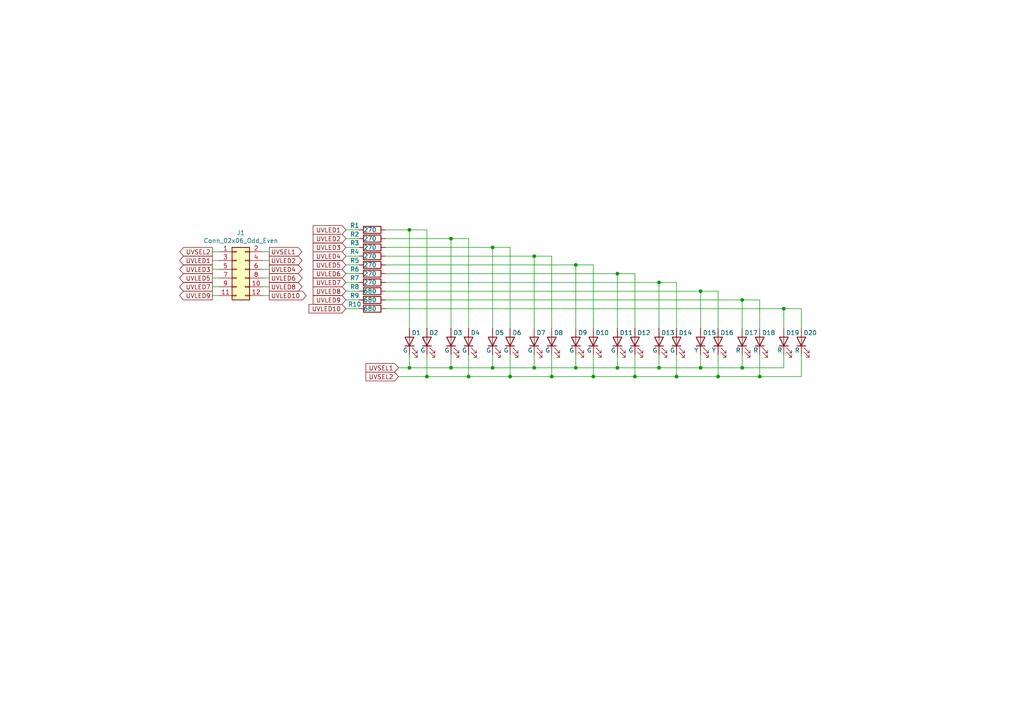
<source format=kicad_sch>
(kicad_sch (version 20211123) (generator eeschema)
  (paper "A4")
  (lib_symbols
    (symbol "Connector_Generic:Conn_02x06_Odd_Even" (pin_names (offset 1.016) hide)
      (property "Reference" "J" (at 1.27 7.62 0))
      (property "Value" "Conn_02x06_Odd_Even" (at 1.27 -10.16 0))
      (symbol "Conn_02x06_Odd_Even_1_1"
        (rectangle (start -1.27 -7.493) (end 0 -7.747) (stroke (width 0.1524)))
        (rectangle (start -1.27 -4.953) (end 0 -5.207) (stroke (width 0.1524)))
        (rectangle (start -1.27 -2.413) (end 0 -2.667) (stroke (width 0.1524)))
        (rectangle (start -1.27 0.127) (end 0 -0.127) (stroke (width 0.1524)))
        (rectangle (start -1.27 2.667) (end 0 2.413) (stroke (width 0.1524)))
        (rectangle (start -1.27 5.207) (end 0 4.953) (stroke (width 0.1524)))
        (rectangle (start -1.27 6.35) (end 3.81 -8.89) (stroke (width 0.254)) (fill (type background)))
        (rectangle (start 3.81 -7.493) (end 2.54 -7.747) (stroke (width 0.1524)))
        (rectangle (start 3.81 -4.953) (end 2.54 -5.207) (stroke (width 0.1524)))
        (rectangle (start 3.81 -2.413) (end 2.54 -2.667) (stroke (width 0.1524)))
        (rectangle (start 3.81 0.127) (end 2.54 -0.127) (stroke (width 0.1524)))
        (rectangle (start 3.81 2.667) (end 2.54 2.413) (stroke (width 0.1524)))
        (rectangle (start 3.81 5.207) (end 2.54 4.953) (stroke (width 0.1524)))
        (pin passive line (at -5.08 5.08 0) (length 3.81) (name "Pin_1") (number "1"))
        (pin passive line (at 7.62 -5.08 180) (length 3.81) (name "Pin_10") (number "10"))
        (pin passive line (at -5.08 -7.62 0) (length 3.81) (name "Pin_11") (number "11"))
        (pin passive line (at 7.62 -7.62 180) (length 3.81) (name "Pin_12") (number "12"))
        (pin passive line (at 7.62 5.08 180) (length 3.81) (name "Pin_2") (number "2"))
        (pin passive line (at -5.08 2.54 0) (length 3.81) (name "Pin_3") (number "3"))
        (pin passive line (at 7.62 2.54 180) (length 3.81) (name "Pin_4") (number "4"))
        (pin passive line (at -5.08 0 0) (length 3.81) (name "Pin_5") (number "5"))
        (pin passive line (at 7.62 0 180) (length 3.81) (name "Pin_6") (number "6"))
        (pin passive line (at -5.08 -2.54 0) (length 3.81) (name "Pin_7") (number "7"))
        (pin passive line (at 7.62 -2.54 180) (length 3.81) (name "Pin_8") (number "8"))
        (pin passive line (at -5.08 -5.08 0) (length 3.81) (name "Pin_9") (number "9"))
      )
    )
    (symbol "Device:LED" (pin_numbers hide) (pin_names (offset 1.016) hide)
      (property "Reference" "D" (at 0 2.54 0))
      (property "Value" "LED" (at 0 -2.54 0))
      (symbol "LED_0_1"
        (polyline (pts (xy -1.27 -1.27) (xy -1.27 1.27)) (stroke (width 0.254)))
        (polyline (pts (xy -1.27 0) (xy 1.27 0)))
        (polyline (pts (xy 1.27 -1.27) (xy 1.27 1.27) (xy -1.27 0) (xy 1.27 -1.27)) (stroke (width 0.254)))
        (polyline (pts (xy -3.048 -0.762) (xy -4.572 -2.286) (xy -3.81 -2.286) (xy -4.572 -2.286) (xy -4.572 -1.524)))
        (polyline (pts (xy -1.778 -0.762) (xy -3.302 -2.286) (xy -2.54 -2.286) (xy -3.302 -2.286) (xy -3.302 -1.524)))
      )
      (symbol "LED_1_1"
        (pin passive line (at -3.81 0 0) (length 2.54) (name "K") (number "1"))
        (pin passive line (at 3.81 0 180) (length 2.54) (name "A") (number "2"))
      )
    )
    (symbol "Device:R" (pin_numbers hide) (pin_names (offset 0))
      (property "Reference" "R" (at 2.032 0 90))
      (property "Value" "R" (at 0 0 90))
      (symbol "R_0_1"
        (rectangle (start -1.016 -2.54) (end 1.016 2.54) (stroke (width 0.254)))
      )
      (symbol "R_1_1"
        (pin passive line (at 0 3.81 270) (length 1.27) (name "~") (number "1"))
        (pin passive line (at 0 -3.81 90) (length 1.27) (name "~") (number "2"))
      )
    )
  )
  (junction (at 191.135 81.915))
  (junction (at 172.085 109.22))
  (junction (at 208.28 109.22))
  (junction (at 184.15 109.22))
  (junction (at 179.07 79.375))
  (junction (at 142.875 71.755))
  (junction (at 191.135 106.68))
  (junction (at 160.02 109.22))
  (junction (at 154.94 106.68))
  (junction (at 135.89 109.22))
  (junction (at 118.745 106.68))
  (junction (at 196.215 109.22))
  (junction (at 227.33 89.535))
  (junction (at 118.745 66.675))
  (junction (at 130.81 69.215))
  (junction (at 142.875 106.68))
  (junction (at 220.345 109.22))
  (junction (at 215.265 106.68))
  (junction (at 167.005 76.835))
  (junction (at 123.825 109.22))
  (junction (at 179.07 106.68))
  (junction (at 130.81 106.68))
  (junction (at 167.005 106.68))
  (junction (at 147.955 109.22))
  (junction (at 203.2 84.455))
  (junction (at 154.94 74.295))
  (junction (at 215.265 86.995))
  (junction (at 203.2 106.68))
  (wire (pts (xy 123.825 66.675) (xy 123.825 95.25)))
  (wire (pts (xy 76.2 75.565) (xy 78.105 75.565)))
  (wire (pts (xy 78.105 83.185) (xy 76.2 83.185)))
  (wire (pts (xy 63.5 85.725) (xy 61.595 85.725)))
  (wire (pts (xy 160.02 95.25) (xy 160.02 74.295)))
  (wire (pts (xy 63.5 80.645) (xy 61.595 80.645)))
  (wire (pts (xy 118.745 106.68) (xy 115.57 106.68)))
  (wire (pts (xy 167.005 95.25) (xy 167.005 76.835)))
  (wire (pts (xy 191.135 106.68) (xy 179.07 106.68)))
  (wire (pts (xy 196.215 81.915) (xy 191.135 81.915)))
  (wire (pts (xy 196.215 102.87) (xy 196.215 109.22)))
  (wire (pts (xy 147.955 102.87) (xy 147.955 109.22)))
  (wire (pts (xy 100.33 66.675) (xy 104.14 66.675)))
  (wire (pts (xy 61.595 83.185) (xy 63.5 83.185)))
  (wire (pts (xy 130.81 95.25) (xy 130.81 69.215)))
  (wire (pts (xy 76.2 85.725) (xy 78.105 85.725)))
  (wire (pts (xy 154.94 106.68) (xy 142.875 106.68)))
  (wire (pts (xy 160.02 109.22) (xy 147.955 109.22)))
  (wire (pts (xy 100.33 86.995) (xy 104.14 86.995)))
  (wire (pts (xy 167.005 102.87) (xy 167.005 106.68)))
  (wire (pts (xy 147.955 109.22) (xy 135.89 109.22)))
  (wire (pts (xy 135.89 69.215) (xy 130.81 69.215)))
  (wire (pts (xy 135.89 102.87) (xy 135.89 109.22)))
  (wire (pts (xy 172.085 102.87) (xy 172.085 109.22)))
  (wire (pts (xy 167.005 106.68) (xy 154.94 106.68)))
  (wire (pts (xy 118.745 95.25) (xy 118.745 66.675)))
  (wire (pts (xy 215.265 86.995) (xy 111.76 86.995)))
  (wire (pts (xy 111.76 66.675) (xy 118.745 66.675)))
  (wire (pts (xy 203.2 95.25) (xy 203.2 84.455)))
  (wire (pts (xy 100.33 76.835) (xy 104.14 76.835)))
  (wire (pts (xy 154.94 102.87) (xy 154.94 106.68)))
  (wire (pts (xy 63.5 75.565) (xy 61.595 75.565)))
  (wire (pts (xy 111.76 89.535) (xy 227.33 89.535)))
  (wire (pts (xy 172.085 76.835) (xy 172.085 95.25)))
  (wire (pts (xy 184.15 102.87) (xy 184.15 109.22)))
  (wire (pts (xy 104.14 79.375) (xy 100.33 79.375)))
  (wire (pts (xy 232.41 109.22) (xy 220.345 109.22)))
  (wire (pts (xy 104.14 84.455) (xy 100.33 84.455)))
  (wire (pts (xy 111.76 81.915) (xy 191.135 81.915)))
  (wire (pts (xy 191.135 95.25) (xy 191.135 81.915)))
  (wire (pts (xy 142.875 95.25) (xy 142.875 71.755)))
  (wire (pts (xy 147.955 71.755) (xy 147.955 95.25)))
  (wire (pts (xy 196.215 109.22) (xy 184.15 109.22)))
  (wire (pts (xy 111.76 71.755) (xy 142.875 71.755)))
  (wire (pts (xy 227.33 106.68) (xy 215.265 106.68)))
  (wire (pts (xy 135.89 109.22) (xy 123.825 109.22)))
  (wire (pts (xy 104.14 74.295) (xy 100.33 74.295)))
  (wire (pts (xy 179.07 106.68) (xy 167.005 106.68)))
  (wire (pts (xy 232.41 89.535) (xy 232.41 95.25)))
  (wire (pts (xy 123.825 109.22) (xy 115.57 109.22)))
  (wire (pts (xy 123.825 102.87) (xy 123.825 109.22)))
  (wire (pts (xy 203.2 84.455) (xy 208.28 84.455)))
  (wire (pts (xy 78.105 73.025) (xy 76.2 73.025)))
  (wire (pts (xy 111.76 76.835) (xy 167.005 76.835)))
  (wire (pts (xy 130.81 106.68) (xy 118.745 106.68)))
  (wire (pts (xy 179.07 102.87) (xy 179.07 106.68)))
  (wire (pts (xy 160.02 74.295) (xy 154.94 74.295)))
  (wire (pts (xy 208.28 109.22) (xy 196.215 109.22)))
  (wire (pts (xy 215.265 95.25) (xy 215.265 86.995)))
  (wire (pts (xy 142.875 106.68) (xy 130.81 106.68)))
  (wire (pts (xy 111.76 84.455) (xy 203.2 84.455)))
  (wire (pts (xy 111.76 69.215) (xy 130.81 69.215)))
  (wire (pts (xy 208.28 102.87) (xy 208.28 109.22)))
  (wire (pts (xy 100.33 81.915) (xy 104.14 81.915)))
  (wire (pts (xy 123.825 66.675) (xy 118.745 66.675)))
  (wire (pts (xy 227.33 89.535) (xy 232.41 89.535)))
  (wire (pts (xy 100.33 71.755) (xy 104.14 71.755)))
  (wire (pts (xy 232.41 102.87) (xy 232.41 109.22)))
  (wire (pts (xy 208.28 84.455) (xy 208.28 95.25)))
  (wire (pts (xy 184.15 109.22) (xy 172.085 109.22)))
  (wire (pts (xy 179.07 79.375) (xy 184.15 79.375)))
  (wire (pts (xy 160.02 102.87) (xy 160.02 109.22)))
  (wire (pts (xy 215.265 106.68) (xy 203.2 106.68)))
  (wire (pts (xy 104.14 69.215) (xy 100.33 69.215)))
  (wire (pts (xy 203.2 102.87) (xy 203.2 106.68)))
  (wire (pts (xy 111.76 79.375) (xy 179.07 79.375)))
  (wire (pts (xy 118.745 102.87) (xy 118.745 106.68)))
  (wire (pts (xy 61.595 78.105) (xy 63.5 78.105)))
  (wire (pts (xy 215.265 102.87) (xy 215.265 106.68)))
  (wire (pts (xy 172.085 109.22) (xy 160.02 109.22)))
  (wire (pts (xy 154.94 95.25) (xy 154.94 74.295)))
  (wire (pts (xy 227.33 95.25) (xy 227.33 89.535)))
  (wire (pts (xy 147.955 71.755) (xy 142.875 71.755)))
  (wire (pts (xy 104.14 89.535) (xy 100.33 89.535)))
  (wire (pts (xy 78.105 78.105) (xy 76.2 78.105)))
  (wire (pts (xy 191.135 102.87) (xy 191.135 106.68)))
  (wire (pts (xy 130.81 102.87) (xy 130.81 106.68)))
  (wire (pts (xy 220.345 86.995) (xy 220.345 95.25)))
  (wire (pts (xy 220.345 102.87) (xy 220.345 109.22)))
  (wire (pts (xy 142.875 102.87) (xy 142.875 106.68)))
  (wire (pts (xy 215.265 86.995) (xy 220.345 86.995)))
  (wire (pts (xy 203.2 106.68) (xy 191.135 106.68)))
  (wire (pts (xy 61.595 73.025) (xy 63.5 73.025)))
  (wire (pts (xy 184.15 79.375) (xy 184.15 95.25)))
  (wire (pts (xy 111.76 74.295) (xy 154.94 74.295)))
  (wire (pts (xy 179.07 95.25) (xy 179.07 79.375)))
  (wire (pts (xy 167.005 76.835) (xy 172.085 76.835)))
  (wire (pts (xy 76.2 80.645) (xy 78.105 80.645)))
  (wire (pts (xy 135.89 95.25) (xy 135.89 69.215)))
  (wire (pts (xy 220.345 109.22) (xy 208.28 109.22)))
  (wire (pts (xy 227.33 102.87) (xy 227.33 106.68)))
  (wire (pts (xy 196.215 81.915) (xy 196.215 95.25)))
  (global_label "UVLED9" (shape output) (at 61.595 85.725 180) (property "Intersheet References" "${INTERSHEET_REFS}" (effects hide)))
  (global_label "UVLED9" (shape input) (at 100.33 86.995 180) (property "Intersheet References" "${INTERSHEET_REFS}" (effects hide)))
  (global_label "UVSEL1" (shape output) (at 78.105 73.025 0) (property "Intersheet References" "${INTERSHEET_REFS}" (effects hide)))
  (global_label "UVLED5" (shape output) (at 61.595 80.645 180) (property "Intersheet References" "${INTERSHEET_REFS}" (effects hide)))
  (global_label "UVLED2" (shape output) (at 78.105 75.565 0) (property "Intersheet References" "${INTERSHEET_REFS}" (effects hide)))
  (global_label "UVLED5" (shape input) (at 100.33 76.835 180) (property "Intersheet References" "${INTERSHEET_REFS}" (effects hide)))
  (global_label "UVLED1" (shape input) (at 100.33 66.675 180) (property "Intersheet References" "${INTERSHEET_REFS}" (effects hide)))
  (global_label "UVLED4" (shape input) (at 100.33 74.295 180) (property "Intersheet References" "${INTERSHEET_REFS}" (effects hide)))
  (global_label "UVLED8" (shape output) (at 78.105 83.185 0) (property "Intersheet References" "${INTERSHEET_REFS}" (effects hide)))
  (global_label "UVLED2" (shape input) (at 100.33 69.215 180) (property "Intersheet References" "${INTERSHEET_REFS}" (effects hide)))
  (global_label "UVLED8" (shape input) (at 100.33 84.455 180) (property "Intersheet References" "${INTERSHEET_REFS}" (effects hide)))
  (global_label "UVLED6" (shape input) (at 100.33 79.375 180) (property "Intersheet References" "${INTERSHEET_REFS}" (effects hide)))
  (global_label "UVLED4" (shape output) (at 78.105 78.105 0) (property "Intersheet References" "${INTERSHEET_REFS}" (effects hide)))
  (global_label "UVLED6" (shape output) (at 78.105 80.645 0) (property "Intersheet References" "${INTERSHEET_REFS}" (effects hide)))
  (global_label "UVLED3" (shape input) (at 100.33 71.755 180) (property "Intersheet References" "${INTERSHEET_REFS}" (effects hide)))
  (global_label "UVLED10" (shape output) (at 78.105 85.725 0) (property "Intersheet References" "${INTERSHEET_REFS}" (effects hide)))
  (global_label "UVSEL2" (shape input) (at 115.57 109.22 180) (property "Intersheet References" "${INTERSHEET_REFS}" (effects hide)))
  (global_label "UVLED7" (shape output) (at 61.595 83.185 180) (property "Intersheet References" "${INTERSHEET_REFS}" (effects hide)))
  (global_label "UVSEL2" (shape output) (at 61.595 73.025 180) (property "Intersheet References" "${INTERSHEET_REFS}" (effects hide)))
  (global_label "UVLED7" (shape input) (at 100.33 81.915 180) (property "Intersheet References" "${INTERSHEET_REFS}" (effects hide)))
  (global_label "UVSEL1" (shape input) (at 115.57 106.68 180) (property "Intersheet References" "${INTERSHEET_REFS}" (effects hide)))
  (global_label "UVLED10" (shape input) (at 100.33 89.535 180) (property "Intersheet References" "${INTERSHEET_REFS}" (effects hide)))
  (global_label "UVLED3" (shape output) (at 61.595 78.105 180) (property "Intersheet References" "${INTERSHEET_REFS}" (effects hide)))
  (global_label "UVLED1" (shape output) (at 61.595 75.565 180) (property "Intersheet References" "${INTERSHEET_REFS}" (effects hide)))
  (symbol (lib_id "Device:LED") (at 118.745 99.06 90) (unit 1)
    (property "Reference" "D1" (at 119.38 96.52 90) (effects (justify right)))
    (property "Value" "G" (at 116.84 101.6 90) (effects (justify right)))
    (property "Footprint" "LED_THT:LED_D3.0mm" (effects hide))
  )
  (symbol (lib_id "Device:LED") (at 123.825 99.06 90) (unit 1)
    (property "Reference" "D2" (at 124.46 96.52 90) (effects (justify right)))
    (property "Value" "G" (at 121.92 101.6 90) (effects (justify right)))
    (property "Footprint" "LED_THT:LED_D3.0mm" (effects hide))
  )
  (symbol (lib_id "Device:LED") (at 130.81 99.06 90) (unit 1)
    (property "Reference" "D3" (at 131.445 96.52 90) (effects (justify right)))
    (property "Value" "G" (at 128.905 101.6 90) (effects (justify right)))
    (property "Footprint" "LED_THT:LED_D3.0mm" (effects hide))
  )
  (symbol (lib_id "Device:LED") (at 135.89 99.06 90) (unit 1)
    (property "Reference" "D4" (at 136.525 96.52 90) (effects (justify right)))
    (property "Value" "G" (at 133.985 101.6 90) (effects (justify right)))
    (property "Footprint" "LED_THT:LED_D3.0mm" (effects hide))
  )
  (symbol (lib_id "Device:LED") (at 142.875 99.06 90) (unit 1)
    (property "Reference" "D5" (at 143.51 96.52 90) (effects (justify right)))
    (property "Value" "G" (at 140.97 101.6 90) (effects (justify right)))
    (property "Footprint" "LED_THT:LED_D3.0mm" (effects hide))
  )
  (symbol (lib_id "Device:LED") (at 147.955 99.06 90) (unit 1)
    (property "Reference" "D6" (at 148.59 96.52 90) (effects (justify right)))
    (property "Value" "G" (at 146.05 101.6 90) (effects (justify right)))
    (property "Footprint" "LED_THT:LED_D3.0mm" (effects hide))
  )
  (symbol (lib_id "Device:LED") (at 154.94 99.06 90) (unit 1)
    (property "Reference" "D7" (at 155.575 96.52 90) (effects (justify right)))
    (property "Value" "G" (at 153.035 101.6 90) (effects (justify right)))
    (property "Footprint" "LED_THT:LED_D3.0mm" (effects hide))
  )
  (symbol (lib_id "Device:LED") (at 160.02 99.06 90) (unit 1)
    (property "Reference" "D8" (at 160.655 96.52 90) (effects (justify right)))
    (property "Value" "G" (at 158.115 101.6 90) (effects (justify right)))
    (property "Footprint" "LED_THT:LED_D3.0mm" (effects hide))
  )
  (symbol (lib_id "Device:LED") (at 167.005 99.06 90) (unit 1)
    (property "Reference" "D9" (at 167.64 96.52 90) (effects (justify right)))
    (property "Value" "G" (at 165.1 101.6 90) (effects (justify right)))
    (property "Footprint" "LED_THT:LED_D3.0mm" (effects hide))
  )
  (symbol (lib_id "Device:LED") (at 172.085 99.06 90) (unit 1)
    (property "Reference" "D10" (at 172.72 96.52 90) (effects (justify right)))
    (property "Value" "G" (at 170.18 101.6 90) (effects (justify right)))
    (property "Footprint" "LED_THT:LED_D3.0mm" (effects hide))
  )
  (symbol (lib_id "Device:LED") (at 179.07 99.06 90) (unit 1)
    (property "Reference" "D11" (at 179.705 96.52 90) (effects (justify right)))
    (property "Value" "G" (at 177.165 101.6 90) (effects (justify right)))
    (property "Footprint" "LED_THT:LED_D3.0mm" (effects hide))
  )
  (symbol (lib_id "Device:LED") (at 184.15 99.06 90) (unit 1)
    (property "Reference" "D12" (at 184.785 96.52 90) (effects (justify right)))
    (property "Value" "G" (at 182.245 101.6 90) (effects (justify right)))
    (property "Footprint" "LED_THT:LED_D3.0mm" (effects hide))
  )
  (symbol (lib_id "Device:LED") (at 191.135 99.06 90) (unit 1)
    (property "Reference" "D13" (at 191.77 96.52 90) (effects (justify right)))
    (property "Value" "G" (at 189.23 101.6 90) (effects (justify right)))
    (property "Footprint" "LED_THT:LED_D3.0mm" (effects hide))
  )
  (symbol (lib_id "Device:LED") (at 196.215 99.06 90) (unit 1)
    (property "Reference" "D14" (at 196.85 96.52 90) (effects (justify right)))
    (property "Value" "G" (at 194.31 101.6 90) (effects (justify right)))
    (property "Footprint" "LED_THT:LED_D3.0mm" (effects hide))
  )
  (symbol (lib_id "Device:LED") (at 203.2 99.06 90) (unit 1)
    (property "Reference" "D15" (at 203.835 96.52 90) (effects (justify right)))
    (property "Value" "Y" (at 201.295 101.6 90) (effects (justify right)))
    (property "Footprint" "LED_THT:LED_D3.0mm" (effects hide))
  )
  (symbol (lib_id "Device:LED") (at 208.28 99.06 90) (unit 1)
    (property "Reference" "D16" (at 208.915 96.52 90) (effects (justify right)))
    (property "Value" "Y" (at 206.375 101.6 90) (effects (justify right)))
    (property "Footprint" "LED_THT:LED_D3.0mm" (effects hide))
  )
  (symbol (lib_id "Device:LED") (at 215.265 99.06 90) (unit 1)
    (property "Reference" "D17" (at 215.9 96.52 90) (effects (justify right)))
    (property "Value" "R" (at 213.36 101.6 90) (effects (justify right)))
    (property "Footprint" "LED_THT:LED_D3.0mm" (effects hide))
  )
  (symbol (lib_id "Device:LED") (at 220.345 99.06 90) (unit 1)
    (property "Reference" "D18" (at 220.98 96.52 90) (effects (justify right)))
    (property "Value" "R" (at 218.44 101.6 90) (effects (justify right)))
    (property "Footprint" "LED_THT:LED_D3.0mm" (effects hide))
  )
  (symbol (lib_id "Device:LED") (at 227.33 99.06 90) (unit 1)
    (property "Reference" "D19" (at 227.965 96.52 90) (effects (justify right)))
    (property "Value" "R" (at 225.425 101.6 90) (effects (justify right)))
    (property "Footprint" "LED_THT:LED_D3.0mm" (effects hide))
  )
  (symbol (lib_id "Device:LED") (at 232.41 99.06 90) (unit 1)
    (property "Reference" "D20" (at 233.045 96.52 90) (effects (justify right)))
    (property "Value" "R" (at 230.505 101.6 90) (effects (justify right)))
    (property "Footprint" "LED_THT:LED_D3.0mm" (effects hide))
  )
  (symbol (lib_id "Device:R") (at 107.95 66.675 270) (unit 1)
    (property "Reference" "R1" (at 102.87 65.405 90))
    (property "Value" "270" (at 107.315 66.675 90))
    (property "Footprint" "Resistor_THT:R_Axial_DIN0207_L6.3mm_D2.5mm_P10.16mm_Horizontal" (effects hide))
  )
  (symbol (lib_id "Device:R") (at 107.95 69.215 270) (unit 1)
    (property "Reference" "R2" (at 102.87 67.945 90))
    (property "Value" "270" (at 107.315 69.215 90))
    (property "Footprint" "Resistor_THT:R_Axial_DIN0207_L6.3mm_D2.5mm_P10.16mm_Horizontal" (effects hide))
  )
  (symbol (lib_id "Device:R") (at 107.95 71.755 270) (unit 1)
    (property "Reference" "R3" (at 102.87 70.485 90))
    (property "Value" "270" (at 107.315 71.755 90))
    (property "Footprint" "Resistor_THT:R_Axial_DIN0207_L6.3mm_D2.5mm_P10.16mm_Horizontal" (effects hide))
  )
  (symbol (lib_id "Device:R") (at 107.95 74.295 270) (unit 1)
    (property "Reference" "R4" (at 102.87 73.025 90))
    (property "Value" "270" (at 107.315 74.295 90))
    (property "Footprint" "Resistor_THT:R_Axial_DIN0207_L6.3mm_D2.5mm_P10.16mm_Horizontal" (effects hide))
  )
  (symbol (lib_id "Device:R") (at 107.95 76.835 270) (unit 1)
    (property "Reference" "R5" (at 102.87 75.565 90))
    (property "Value" "270" (at 107.315 76.835 90))
    (property "Footprint" "Resistor_THT:R_Axial_DIN0207_L6.3mm_D2.5mm_P10.16mm_Horizontal" (effects hide))
  )
  (symbol (lib_id "Device:R") (at 107.95 79.375 270) (unit 1)
    (property "Reference" "R6" (at 102.87 78.105 90))
    (property "Value" "270" (at 107.315 79.375 90))
    (property "Footprint" "Resistor_THT:R_Axial_DIN0207_L6.3mm_D2.5mm_P10.16mm_Horizontal" (effects hide))
  )
  (symbol (lib_id "Device:R") (at 107.95 81.915 270) (unit 1)
    (property "Reference" "R7" (at 102.87 80.645 90))
    (property "Value" "270" (at 107.315 81.915 90))
    (property "Footprint" "Resistor_THT:R_Axial_DIN0207_L6.3mm_D2.5mm_P10.16mm_Horizontal" (effects hide))
  )
  (symbol (lib_id "Device:R") (at 107.95 84.455 270) (unit 1)
    (property "Reference" "R8" (at 102.87 83.185 90))
    (property "Value" "680" (at 107.315 84.455 90))
    (property "Footprint" "Resistor_THT:R_Axial_DIN0207_L6.3mm_D2.5mm_P10.16mm_Horizontal" (effects hide))
  )
  (symbol (lib_id "Device:R") (at 107.95 86.995 270) (unit 1)
    (property "Reference" "R9" (at 102.87 85.725 90))
    (property "Value" "680" (at 107.315 86.995 90))
    (property "Footprint" "Resistor_THT:R_Axial_DIN0207_L6.3mm_D2.5mm_P10.16mm_Horizontal" (effects hide))
  )
  (symbol (lib_id "Device:R") (at 107.95 89.535 270) (unit 1)
    (property "Reference" "R10" (at 102.87 88.265 90))
    (property "Value" "680" (at 107.315 89.535 90))
    (property "Footprint" "Resistor_THT:R_Axial_DIN0207_L6.3mm_D2.5mm_P10.16mm_Horizontal" (effects hide))
  )
  (symbol (lib_id "Connector_Generic:Conn_02x06_Odd_Even") (at 68.58 78.105 0) (unit 1)
    (property "Reference" "J1" (at 69.85 67.5132 0))
    (property "Value" "Conn_02x06_Odd_Even" (at 69.85 69.8246 0))
    (property "Footprint" "Connector_PinHeader_2.54mm:PinHeader_2x06_P2.54mm_Horizontal" (effects hide))
  )
)
</source>
